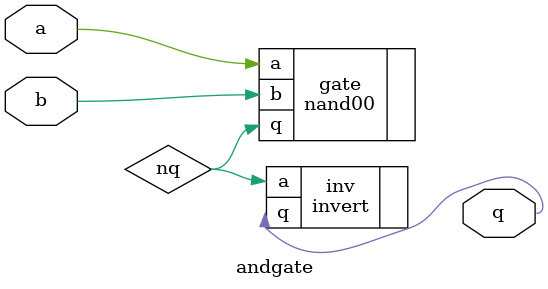
<source format=v>
`timescale 1ns/1ps

/*
2-input and gate
*/

module andgate (
        input a,
        input b,
        output q
    );
    
    wire nq;
    nand00 gate(
        .a(a),
        .b(b),
        .q(nq)
    );

    invert inv(
        .a(nq),
        .q(q)
    );
endmodule
</source>
